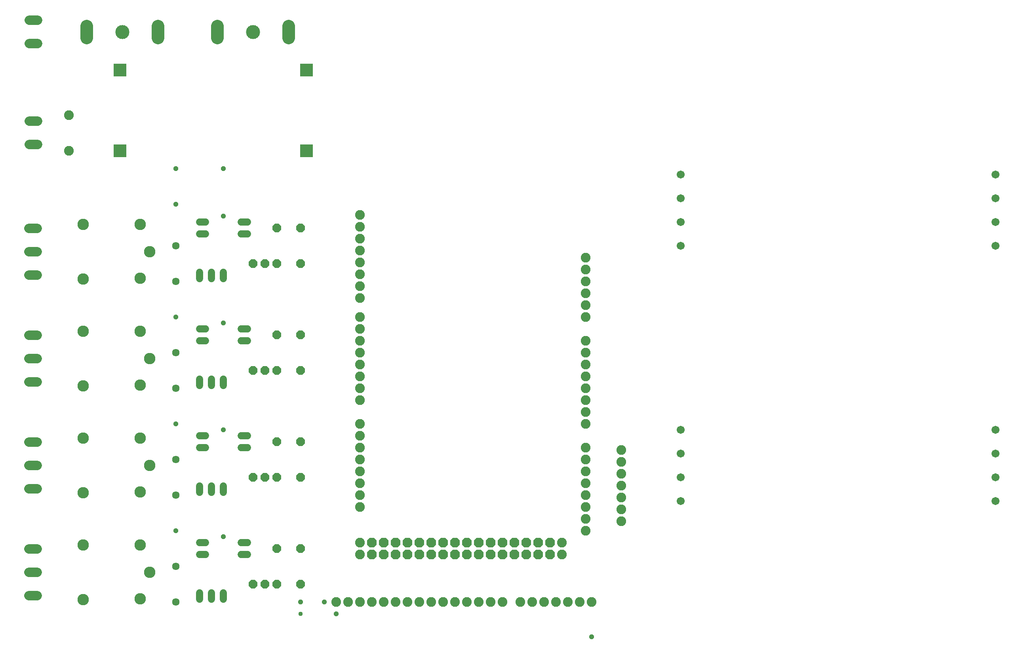
<source format=gbr>
G04 EAGLE Gerber RS-274X export*
G75*
%MOMM*%
%FSLAX34Y34*%
%LPD*%
%INSoldermask Bottom*%
%IPPOS*%
%AMOC8*
5,1,8,0,0,1.08239X$1,22.5*%
G01*
%ADD10C,2.082800*%
%ADD11C,1.611200*%
%ADD12C,1.993900*%
%ADD13C,2.743200*%
%ADD14C,2.997200*%
%ADD15C,2.453200*%
%ADD16P,2.034460X8X22.500000*%
%ADD17C,1.524000*%
%ADD18P,2.034460X8X112.500000*%
%ADD19P,2.034460X8X292.500000*%
%ADD20R,2.703200X2.703200*%
%ADD21C,1.711200*%
%ADD22P,2.254402X8X202.500000*%
%ADD23P,1.038661X8X22.500000*%
%ADD24C,0.959600*%


D10*
X1155700Y127000D03*
X1181100Y127000D03*
X1206500Y127000D03*
X1231900Y127000D03*
X1257300Y127000D03*
X1282700Y127000D03*
X1308100Y127000D03*
D11*
X419100Y584200D03*
X419100Y660400D03*
X419100Y812800D03*
X419100Y889000D03*
X419100Y355600D03*
X419100Y431800D03*
X419100Y127000D03*
X419100Y203200D03*
D12*
X123054Y697700D02*
X105147Y697700D01*
X105147Y647700D02*
X123054Y647700D01*
X123054Y597700D02*
X105147Y597700D01*
D13*
X228600Y1333500D02*
X228600Y1358900D01*
X381000Y1358900D02*
X381000Y1333500D01*
D14*
X304800Y1346200D03*
D13*
X508000Y1333500D02*
X508000Y1358900D01*
X660400Y1358900D02*
X660400Y1333500D01*
D14*
X584200Y1346200D03*
D15*
X220980Y934720D03*
X220980Y817880D03*
X342900Y819700D03*
X342900Y934720D03*
X363220Y876300D03*
X220980Y706120D03*
X220980Y589280D03*
X342900Y591100D03*
X342900Y706120D03*
X363220Y647700D03*
X220980Y477520D03*
X220980Y360680D03*
X342900Y362500D03*
X342900Y477520D03*
X363220Y419100D03*
X220980Y248920D03*
X220980Y132080D03*
X342900Y133900D03*
X342900Y248920D03*
X363220Y190500D03*
D16*
X584200Y850900D03*
X609600Y850900D03*
X584200Y622300D03*
X609600Y622300D03*
X584200Y393700D03*
X609600Y393700D03*
X584200Y165100D03*
X609600Y165100D03*
D17*
X482600Y711200D02*
X469392Y711200D01*
X469392Y685800D02*
X482600Y685800D01*
X558800Y685800D02*
X572008Y685800D01*
X572008Y711200D02*
X558800Y711200D01*
X482600Y939800D02*
X469392Y939800D01*
X469392Y914400D02*
X482600Y914400D01*
X558800Y914400D02*
X572008Y914400D01*
X572008Y939800D02*
X558800Y939800D01*
X482600Y482600D02*
X469392Y482600D01*
X469392Y457200D02*
X482600Y457200D01*
X558800Y457200D02*
X572008Y457200D01*
X572008Y482600D02*
X558800Y482600D01*
X482600Y254000D02*
X469392Y254000D01*
X469392Y228600D02*
X482600Y228600D01*
X558800Y228600D02*
X572008Y228600D01*
X572008Y254000D02*
X558800Y254000D01*
D12*
X123054Y926300D02*
X105147Y926300D01*
X105147Y876300D02*
X123054Y876300D01*
X123054Y826300D02*
X105147Y826300D01*
D17*
X469900Y603504D02*
X469900Y590296D01*
X520700Y590296D02*
X520700Y603504D01*
X495300Y603504D02*
X495300Y590296D01*
X469900Y818896D02*
X469900Y832104D01*
X520700Y832104D02*
X520700Y818896D01*
X495300Y818896D02*
X495300Y832104D01*
X469900Y374904D02*
X469900Y361696D01*
X520700Y361696D02*
X520700Y374904D01*
X495300Y374904D02*
X495300Y361696D01*
X469900Y146304D02*
X469900Y133096D01*
X520700Y133096D02*
X520700Y146304D01*
X495300Y146304D02*
X495300Y133096D01*
D18*
X685800Y393700D03*
X685800Y469900D03*
D19*
X635000Y241300D03*
X635000Y165100D03*
X635000Y469900D03*
X635000Y393700D03*
D18*
X685800Y622300D03*
X685800Y698500D03*
D10*
X190500Y1168400D03*
X190500Y1092200D03*
D18*
X685800Y165100D03*
X685800Y241300D03*
D19*
X635000Y698500D03*
X635000Y622300D03*
D18*
X685800Y850900D03*
X685800Y927100D03*
D19*
X635000Y927100D03*
X635000Y850900D03*
D10*
X1371600Y299720D03*
X1371600Y325120D03*
X1371600Y350520D03*
X1371600Y375920D03*
X1371600Y401320D03*
X1371600Y426720D03*
X1371600Y452120D03*
D12*
X123054Y469100D02*
X105147Y469100D01*
X105147Y419100D02*
X123054Y419100D01*
X123054Y369100D02*
X105147Y369100D01*
X105347Y1155300D02*
X123254Y1155300D01*
X123254Y1105300D02*
X105347Y1105300D01*
X105147Y240500D02*
X123054Y240500D01*
X123054Y190500D02*
X105147Y190500D01*
X105147Y140500D02*
X123054Y140500D01*
D20*
X299720Y1264920D03*
X299720Y1092200D03*
X698500Y1092200D03*
X698500Y1264920D03*
D21*
X2171700Y495300D03*
X2171700Y444500D03*
X2171700Y393700D03*
X2171700Y342900D03*
X1498600Y495300D03*
X1498600Y444500D03*
X1498600Y393700D03*
X1498600Y342900D03*
X2171700Y1041400D03*
X2171700Y990600D03*
X2171700Y939800D03*
X2171700Y889000D03*
X1498600Y1041400D03*
X1498600Y990600D03*
X1498600Y939800D03*
X1498600Y889000D03*
D10*
X1295400Y431800D03*
X1295400Y406400D03*
X1295400Y381000D03*
X1295400Y355600D03*
X1295400Y330200D03*
X1295400Y304800D03*
X1295400Y279400D03*
X1295400Y457200D03*
X812800Y482600D03*
X812800Y457200D03*
X812800Y431800D03*
X812800Y406400D03*
X812800Y381000D03*
X812800Y355600D03*
X812800Y330200D03*
X812800Y508000D03*
X1295400Y660400D03*
X1295400Y635000D03*
X1295400Y609600D03*
X1295400Y584200D03*
X1295400Y558800D03*
X1295400Y533400D03*
X1295400Y508000D03*
X1295400Y685800D03*
X812800Y711200D03*
X812800Y685800D03*
X812800Y660400D03*
X812800Y635000D03*
X812800Y609600D03*
X812800Y584200D03*
X812800Y558800D03*
X812800Y736600D03*
X812800Y929640D03*
X812800Y904240D03*
X812800Y878840D03*
X812800Y853440D03*
X812800Y828040D03*
X812800Y802640D03*
X812800Y777240D03*
X812800Y955040D03*
D22*
X1016000Y228600D03*
X1016000Y254000D03*
X990600Y228600D03*
X990600Y254000D03*
X965200Y228600D03*
X965200Y254000D03*
X939800Y228600D03*
X939800Y254000D03*
X914400Y228600D03*
X914400Y254000D03*
X889000Y228600D03*
X889000Y254000D03*
X863600Y228600D03*
X863600Y254000D03*
X838200Y228600D03*
X838200Y254000D03*
X1219200Y228600D03*
X1219200Y254000D03*
X1193800Y228600D03*
X1193800Y254000D03*
X1168400Y228600D03*
X1168400Y254000D03*
X1143000Y228600D03*
X1143000Y254000D03*
X1117600Y228600D03*
X1117600Y254000D03*
X1092200Y228600D03*
X1092200Y254000D03*
X1066800Y228600D03*
X1066800Y254000D03*
X1041400Y228600D03*
X1041400Y254000D03*
D10*
X1244600Y254000D03*
X1244600Y228600D03*
X812800Y254000D03*
X812800Y228600D03*
X1295400Y863600D03*
X1295400Y838200D03*
X1295400Y812800D03*
X1295400Y787400D03*
X1295400Y762000D03*
X1295400Y736600D03*
D12*
X123254Y1371200D02*
X105347Y1371200D01*
X105347Y1321200D02*
X123254Y1321200D01*
D10*
X762000Y127000D03*
X787400Y127000D03*
X812800Y127000D03*
X838200Y127000D03*
X863600Y127000D03*
X889000Y127000D03*
X914400Y127000D03*
X939800Y127000D03*
X965200Y127000D03*
X990600Y127000D03*
X1016000Y127000D03*
X1041400Y127000D03*
X1066800Y127000D03*
X1092200Y127000D03*
X1117600Y127000D03*
D23*
X520700Y266700D03*
X520700Y495300D03*
X520700Y723900D03*
X520700Y952500D03*
X520700Y1054100D03*
X419100Y977900D03*
X419100Y1054100D03*
X685800Y127000D03*
X736600Y127000D03*
X419100Y279400D03*
X419100Y736600D03*
X419100Y508000D03*
X762000Y101600D03*
D24*
X685800Y101600D03*
D23*
X1308100Y52042D03*
M02*

</source>
